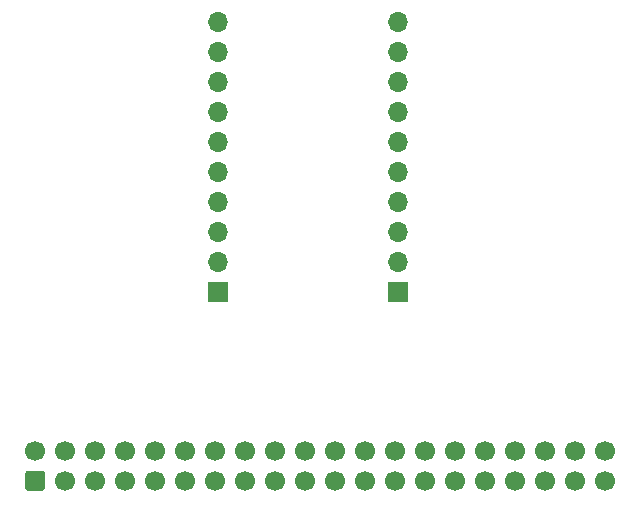
<source format=gbr>
%TF.GenerationSoftware,KiCad,Pcbnew,5.1.12-84ad8e8a86~92~ubuntu18.04.1*%
%TF.CreationDate,2022-06-27T03:15:35+02:00*%
%TF.ProjectId,Parallel-cobbler,50617261-6c6c-4656-9c2d-636f62626c65,rev?*%
%TF.SameCoordinates,Original*%
%TF.FileFunction,Soldermask,Bot*%
%TF.FilePolarity,Negative*%
%FSLAX46Y46*%
G04 Gerber Fmt 4.6, Leading zero omitted, Abs format (unit mm)*
G04 Created by KiCad (PCBNEW 5.1.12-84ad8e8a86~92~ubuntu18.04.1) date 2022-06-27 03:15:35*
%MOMM*%
%LPD*%
G01*
G04 APERTURE LIST*
%ADD10O,1.700000X1.700000*%
%ADD11R,1.700000X1.700000*%
%ADD12C,1.700000*%
G04 APERTURE END LIST*
D10*
%TO.C,J3*%
X143250000Y-28040000D03*
X143250000Y-30580000D03*
X143250000Y-33120000D03*
X143250000Y-35660000D03*
X143250000Y-38200000D03*
X143250000Y-40740000D03*
X143250000Y-43280000D03*
X143250000Y-45820000D03*
X143250000Y-48360000D03*
D11*
X143250000Y-50900000D03*
%TD*%
D10*
%TO.C,J1*%
X128000000Y-28050000D03*
X128000000Y-30590000D03*
X128000000Y-33130000D03*
X128000000Y-35670000D03*
X128000000Y-38210000D03*
X128000000Y-40750000D03*
X128000000Y-43290000D03*
X128000000Y-45830000D03*
X128000000Y-48370000D03*
D11*
X128000000Y-50910000D03*
%TD*%
D12*
%TO.C,J2*%
X160810000Y-64310000D03*
X158270000Y-64310000D03*
X155730000Y-64310000D03*
X153190000Y-64310000D03*
X150650000Y-64310000D03*
X148110000Y-64310000D03*
X145570000Y-64310000D03*
X143030000Y-64310000D03*
X140490000Y-64310000D03*
X137950000Y-64310000D03*
X135410000Y-64310000D03*
X132870000Y-64310000D03*
X130330000Y-64310000D03*
X127790000Y-64310000D03*
X125250000Y-64310000D03*
X122710000Y-64310000D03*
X120170000Y-64310000D03*
X117630000Y-64310000D03*
X115090000Y-64310000D03*
X112550000Y-64310000D03*
X160810000Y-66850000D03*
X158270000Y-66850000D03*
X155730000Y-66850000D03*
X153190000Y-66850000D03*
X150650000Y-66850000D03*
X148110000Y-66850000D03*
X145570000Y-66850000D03*
X143030000Y-66850000D03*
X140490000Y-66850000D03*
X137950000Y-66850000D03*
X135410000Y-66850000D03*
X132870000Y-66850000D03*
X130330000Y-66850000D03*
X127790000Y-66850000D03*
X125250000Y-66850000D03*
X122710000Y-66850000D03*
X120170000Y-66850000D03*
X117630000Y-66850000D03*
X115090000Y-66850000D03*
G36*
G01*
X113150000Y-67700000D02*
X111950000Y-67700000D01*
G75*
G02*
X111700000Y-67450000I0J250000D01*
G01*
X111700000Y-66250000D01*
G75*
G02*
X111950000Y-66000000I250000J0D01*
G01*
X113150000Y-66000000D01*
G75*
G02*
X113400000Y-66250000I0J-250000D01*
G01*
X113400000Y-67450000D01*
G75*
G02*
X113150000Y-67700000I-250000J0D01*
G01*
G37*
%TD*%
M02*

</source>
